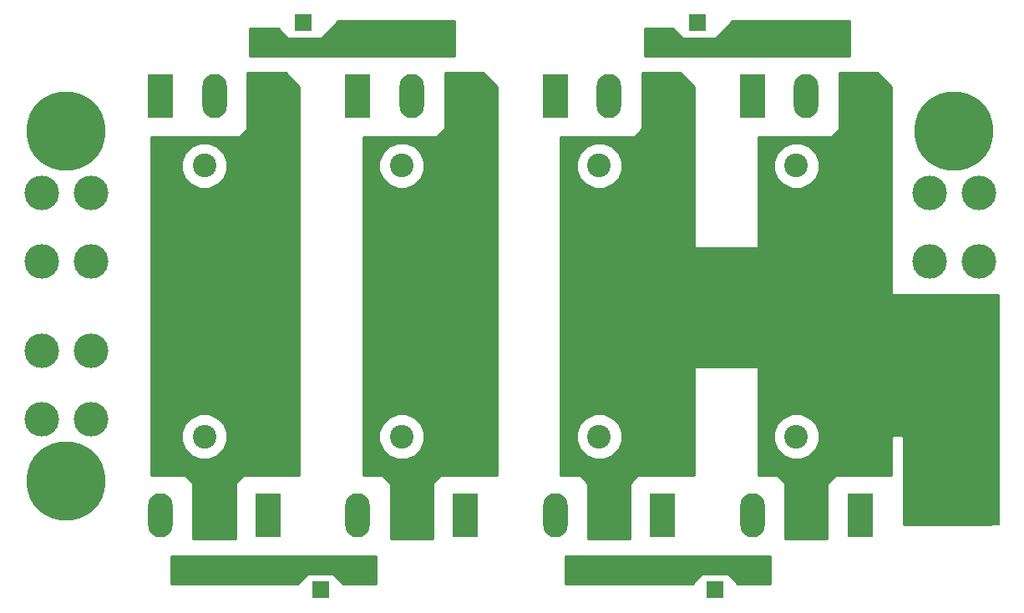
<source format=gbr>
G04 #@! TF.GenerationSoftware,KiCad,Pcbnew,5.0.2-bee76a0~70~ubuntu18.04.1*
G04 #@! TF.CreationDate,2019-01-23T11:21:40-08:00*
G04 #@! TF.ProjectId,inverter,696e7665-7274-4657-922e-6b696361645f,rev?*
G04 #@! TF.SameCoordinates,Original*
G04 #@! TF.FileFunction,Copper,L2,Bot*
G04 #@! TF.FilePolarity,Positive*
%FSLAX46Y46*%
G04 Gerber Fmt 4.6, Leading zero omitted, Abs format (unit mm)*
G04 Created by KiCad (PCBNEW 5.0.2-bee76a0~70~ubuntu18.04.1) date Wed 23 Jan 2019 11:21:40 AM PST*
%MOMM*%
%LPD*%
G01*
G04 APERTURE LIST*
G04 #@! TA.AperFunction,ComponentPad*
%ADD10C,2.400000*%
G04 #@! TD*
G04 #@! TA.AperFunction,ComponentPad*
%ADD11R,2.500000X4.500000*%
G04 #@! TD*
G04 #@! TA.AperFunction,ComponentPad*
%ADD12O,2.500000X4.500000*%
G04 #@! TD*
G04 #@! TA.AperFunction,ComponentPad*
%ADD13C,3.500000*%
G04 #@! TD*
G04 #@! TA.AperFunction,ComponentPad*
%ADD14R,1.700000X1.700000*%
G04 #@! TD*
G04 #@! TA.AperFunction,ComponentPad*
%ADD15O,1.700000X1.700000*%
G04 #@! TD*
G04 #@! TA.AperFunction,ComponentPad*
%ADD16C,0.800000*%
G04 #@! TD*
G04 #@! TA.AperFunction,ComponentPad*
%ADD17C,8.000000*%
G04 #@! TD*
G04 #@! TA.AperFunction,ViaPad*
%ADD18C,0.850000*%
G04 #@! TD*
G04 #@! TA.AperFunction,Conductor*
%ADD19C,0.254000*%
G04 #@! TD*
G04 #@! TA.AperFunction,Conductor*
%ADD20C,0.200000*%
G04 #@! TD*
G04 APERTURE END LIST*
D10*
G04 #@! TO.P,C4,1*
G04 #@! TO.N,/VIN+*
X179500000Y-62000000D03*
G04 #@! TO.P,C4,2*
G04 #@! TO.N,/VIN-*
X179500000Y-89500000D03*
G04 #@! TD*
G04 #@! TO.P,C2,1*
G04 #@! TO.N,/VIN+*
X139500000Y-62000000D03*
G04 #@! TO.P,C2,2*
G04 #@! TO.N,/VIN-*
X139500000Y-89500000D03*
G04 #@! TD*
D11*
G04 #@! TO.P,Q1,1*
G04 #@! TO.N,Net-(D1-Pad2)*
X115050000Y-55000000D03*
D12*
G04 #@! TO.P,Q1,2*
G04 #@! TO.N,/VIN+*
X120500000Y-55000000D03*
G04 #@! TO.P,Q1,3*
G04 #@! TO.N,/VSW+*
X125950000Y-55000000D03*
G04 #@! TD*
G04 #@! TO.P,Q2,3*
G04 #@! TO.N,/VIN-*
X115050000Y-97500000D03*
G04 #@! TO.P,Q2,2*
G04 #@! TO.N,/VSW+*
X120500000Y-97500000D03*
D11*
G04 #@! TO.P,Q2,1*
G04 #@! TO.N,Net-(D2-Pad2)*
X125950000Y-97500000D03*
G04 #@! TD*
D12*
G04 #@! TO.P,Q3,3*
G04 #@! TO.N,/VSW+*
X145950000Y-55000000D03*
G04 #@! TO.P,Q3,2*
G04 #@! TO.N,/VIN+*
X140500000Y-55000000D03*
D11*
G04 #@! TO.P,Q3,1*
G04 #@! TO.N,Net-(D3-Pad2)*
X135050000Y-55000000D03*
G04 #@! TD*
G04 #@! TO.P,Q4,1*
G04 #@! TO.N,Net-(D4-Pad2)*
X145950000Y-97500000D03*
D12*
G04 #@! TO.P,Q4,2*
G04 #@! TO.N,/VSW+*
X140500000Y-97500000D03*
G04 #@! TO.P,Q4,3*
G04 #@! TO.N,/VIN-*
X135050000Y-97500000D03*
G04 #@! TD*
D10*
G04 #@! TO.P,C1,2*
G04 #@! TO.N,/VIN-*
X119500000Y-89500000D03*
G04 #@! TO.P,C1,1*
G04 #@! TO.N,/VIN+*
X119500000Y-62000000D03*
G04 #@! TD*
G04 #@! TO.P,C3,2*
G04 #@! TO.N,/VIN-*
X159500000Y-89500000D03*
G04 #@! TO.P,C3,1*
G04 #@! TO.N,/VIN+*
X159500000Y-62000000D03*
G04 #@! TD*
D12*
G04 #@! TO.P,Q5,3*
G04 #@! TO.N,/VSW-*
X165950000Y-55000000D03*
G04 #@! TO.P,Q5,2*
G04 #@! TO.N,/VIN+*
X160500000Y-55000000D03*
D11*
G04 #@! TO.P,Q5,1*
G04 #@! TO.N,Net-(D5-Pad2)*
X155050000Y-55000000D03*
G04 #@! TD*
D12*
G04 #@! TO.P,Q6,3*
G04 #@! TO.N,/VIN-*
X155050000Y-97500000D03*
G04 #@! TO.P,Q6,2*
G04 #@! TO.N,/VSW-*
X160500000Y-97500000D03*
D11*
G04 #@! TO.P,Q6,1*
G04 #@! TO.N,Net-(D6-Pad2)*
X165950000Y-97500000D03*
G04 #@! TD*
G04 #@! TO.P,Q7,1*
G04 #@! TO.N,Net-(D7-Pad2)*
X175050000Y-55000000D03*
D12*
G04 #@! TO.P,Q7,2*
G04 #@! TO.N,/VIN+*
X180500000Y-55000000D03*
G04 #@! TO.P,Q7,3*
G04 #@! TO.N,/VSW-*
X185950000Y-55000000D03*
G04 #@! TD*
D11*
G04 #@! TO.P,Q8,1*
G04 #@! TO.N,Net-(D8-Pad2)*
X185950000Y-97500000D03*
D12*
G04 #@! TO.P,Q8,2*
G04 #@! TO.N,/VSW-*
X180500000Y-97500000D03*
G04 #@! TO.P,Q8,3*
G04 #@! TO.N,/VIN-*
X175050000Y-97500000D03*
G04 #@! TD*
D13*
G04 #@! TO.P,J1,1*
G04 #@! TO.N,/VIN+*
X108000000Y-71755000D03*
X103000000Y-71755000D03*
X103000000Y-64745000D03*
X108000000Y-64745000D03*
G04 #@! TD*
G04 #@! TO.P,J2,1*
G04 #@! TO.N,/VIN-*
X108000000Y-80745000D03*
X103000000Y-80745000D03*
X103000000Y-87755000D03*
X108000000Y-87755000D03*
G04 #@! TD*
G04 #@! TO.P,J3,1*
G04 #@! TO.N,/VSW+*
X198000000Y-71755000D03*
X193000000Y-71755000D03*
X193000000Y-64745000D03*
X198000000Y-64745000D03*
G04 #@! TD*
G04 #@! TO.P,J4,1*
G04 #@! TO.N,/VSW-*
X198000000Y-80745000D03*
X193000000Y-80745000D03*
X193000000Y-87755000D03*
X198000000Y-87755000D03*
G04 #@! TD*
D14*
G04 #@! TO.P,J5,1*
G04 #@! TO.N,/A*
X129500000Y-47500000D03*
D15*
G04 #@! TO.P,J5,2*
G04 #@! TO.N,/B*
X129500000Y-50040000D03*
G04 #@! TD*
G04 #@! TO.P,J6,2*
G04 #@! TO.N,/D*
X131250000Y-102500000D03*
D14*
G04 #@! TO.P,J6,1*
G04 #@! TO.N,/C*
X131250000Y-105040000D03*
G04 #@! TD*
G04 #@! TO.P,J7,1*
G04 #@! TO.N,/E*
X169500000Y-47500000D03*
D15*
G04 #@! TO.P,J7,2*
G04 #@! TO.N,/F*
X169500000Y-50040000D03*
G04 #@! TD*
G04 #@! TO.P,J8,2*
G04 #@! TO.N,/H*
X171250000Y-102500000D03*
D14*
G04 #@! TO.P,J8,1*
G04 #@! TO.N,/G*
X171250000Y-105040000D03*
G04 #@! TD*
D16*
G04 #@! TO.P,J1005,1*
G04 #@! TO.N,/VSW+*
X197500000Y-60500000D03*
X193500000Y-56500000D03*
X193500000Y-60500000D03*
X195500000Y-61500000D03*
X192500000Y-58500000D03*
X195500000Y-56000000D03*
X197500000Y-56500000D03*
X198500000Y-58500000D03*
D17*
X195500000Y-58500000D03*
G04 #@! TD*
G04 #@! TO.P,J1006,1*
G04 #@! TO.N,/VSW-*
X195500000Y-94000000D03*
D16*
X198500000Y-94000000D03*
X197500000Y-92000000D03*
X195500000Y-91500000D03*
X192500000Y-94000000D03*
X195500000Y-97000000D03*
X193500000Y-96000000D03*
X193500000Y-92000000D03*
X197500000Y-96000000D03*
G04 #@! TD*
G04 #@! TO.P,J1007,1*
G04 #@! TO.N,/VIN+*
X107500000Y-60500000D03*
X103500000Y-56500000D03*
X103500000Y-60500000D03*
X105500000Y-61500000D03*
X102500000Y-58500000D03*
X105500000Y-56000000D03*
X107500000Y-56500000D03*
X108500000Y-58500000D03*
D17*
X105500000Y-58500000D03*
G04 #@! TD*
G04 #@! TO.P,J1008,1*
G04 #@! TO.N,/VIN-*
X105500000Y-94000000D03*
D16*
X108500000Y-94000000D03*
X107500000Y-92000000D03*
X105500000Y-91500000D03*
X102500000Y-94000000D03*
X105500000Y-97000000D03*
X103500000Y-96000000D03*
X103500000Y-92000000D03*
X107500000Y-96000000D03*
G04 #@! TD*
D18*
G04 #@! TO.N,/B*
X124500000Y-48500000D03*
X124500000Y-49500000D03*
X144500000Y-48750000D03*
X144500000Y-47750000D03*
G04 #@! TO.N,/VSW+*
X115500000Y-80750000D03*
X117000000Y-80750000D03*
X118500000Y-80750000D03*
X120000000Y-80750000D03*
X121500000Y-80750000D03*
X123000000Y-80750000D03*
X124500000Y-80750000D03*
X126000000Y-80750000D03*
X115500000Y-79250000D03*
X117000000Y-79250000D03*
X118500000Y-79250000D03*
X120000000Y-79250000D03*
X121500000Y-79250000D03*
X123000000Y-79250000D03*
X124500000Y-79250000D03*
X126000000Y-79250000D03*
X115500000Y-77750000D03*
X117000000Y-77750000D03*
X118500000Y-77750000D03*
X120000000Y-77750000D03*
X121500000Y-77750000D03*
X123000000Y-77750000D03*
X124500000Y-77750000D03*
X126000000Y-77750000D03*
X115500000Y-76250000D03*
X117000000Y-76250000D03*
X118500000Y-76250000D03*
X120000000Y-76250000D03*
X121500000Y-76250000D03*
X123000000Y-76250000D03*
X124500000Y-76250000D03*
X126000000Y-76250000D03*
X115500000Y-74750000D03*
X117000000Y-74750000D03*
X118500000Y-74750000D03*
X120000000Y-74750000D03*
X121500000Y-74750000D03*
X123000000Y-74750000D03*
X124500000Y-74750000D03*
X126000000Y-74750000D03*
X115500000Y-73250000D03*
X117000000Y-73250000D03*
X118500000Y-73250000D03*
X120000000Y-73250000D03*
X121500000Y-73250000D03*
X123000000Y-73250000D03*
X124500000Y-73250000D03*
X126000000Y-73250000D03*
X115500000Y-71750000D03*
X117000000Y-71750000D03*
X118500000Y-71750000D03*
X120000000Y-71750000D03*
X121500000Y-71750000D03*
X123000000Y-71750000D03*
X124500000Y-71750000D03*
X126000000Y-71750000D03*
X137000000Y-80750000D03*
X138500000Y-80750000D03*
X140000000Y-80750000D03*
X141500000Y-80750000D03*
X143000000Y-80750000D03*
X144500000Y-80750000D03*
X146000000Y-80750000D03*
X147500000Y-80750000D03*
X137000000Y-79250000D03*
X138500000Y-79250000D03*
X140000000Y-79250000D03*
X141500000Y-79250000D03*
X143000000Y-79250000D03*
X144500000Y-79250000D03*
X146000000Y-79250000D03*
X147500000Y-79250000D03*
X137000000Y-77750000D03*
X138500000Y-77750000D03*
X140000000Y-77750000D03*
X141500000Y-77750000D03*
X143000000Y-77750000D03*
X144500000Y-77750000D03*
X146000000Y-77750000D03*
X147500000Y-77750000D03*
X137000000Y-76250000D03*
X138500000Y-76250000D03*
X140000000Y-76250000D03*
X141500000Y-76250000D03*
X143000000Y-76250000D03*
X144500000Y-76250000D03*
X146000000Y-76250000D03*
X147500000Y-76250000D03*
X137000000Y-74750000D03*
X138500000Y-74750000D03*
X140000000Y-74750000D03*
X141500000Y-74750000D03*
X143000000Y-74750000D03*
X144500000Y-74750000D03*
X146000000Y-74750000D03*
X147500000Y-74750000D03*
X137000000Y-73250000D03*
X138500000Y-73250000D03*
X140000000Y-73250000D03*
X141500000Y-73250000D03*
X143000000Y-73250000D03*
X144500000Y-73250000D03*
X146000000Y-73250000D03*
X147500000Y-73250000D03*
X137000000Y-71750000D03*
X138500000Y-71750000D03*
X140000000Y-71750000D03*
X141500000Y-71750000D03*
X143000000Y-71750000D03*
X144500000Y-71750000D03*
X146000000Y-71750000D03*
X147500000Y-71750000D03*
G04 #@! TO.N,/D*
X136500000Y-104000000D03*
X136500000Y-103000000D03*
X116500000Y-104000000D03*
X116500000Y-103000000D03*
G04 #@! TO.N,/F*
X184500000Y-47750000D03*
X184500000Y-48750000D03*
X164500000Y-48500000D03*
X164500000Y-49500000D03*
G04 #@! TO.N,/H*
X156500000Y-104000000D03*
X156500000Y-103000000D03*
X176500000Y-104000000D03*
X176500000Y-103000000D03*
G04 #@! TD*
D19*
G04 #@! TO.N,/VSW+*
G36*
X129123000Y-54052606D02*
X129123000Y-93373000D01*
X123500000Y-93373000D01*
X123451399Y-93382667D01*
X123410197Y-93410197D01*
X122660197Y-94160197D01*
X122632667Y-94201399D01*
X122623000Y-94250000D01*
X122623000Y-99873000D01*
X118377000Y-99873000D01*
X118377000Y-94250000D01*
X118367333Y-94201399D01*
X118339803Y-94160197D01*
X117589803Y-93410197D01*
X117548601Y-93382667D01*
X117500000Y-93373000D01*
X114127000Y-93373000D01*
X114127000Y-89037131D01*
X117173000Y-89037131D01*
X117173000Y-89962869D01*
X117527264Y-90818140D01*
X118181860Y-91472736D01*
X119037131Y-91827000D01*
X119962869Y-91827000D01*
X120818140Y-91472736D01*
X121472736Y-90818140D01*
X121827000Y-89962869D01*
X121827000Y-89037131D01*
X121472736Y-88181860D01*
X120818140Y-87527264D01*
X119962869Y-87173000D01*
X119037131Y-87173000D01*
X118181860Y-87527264D01*
X117527264Y-88181860D01*
X117173000Y-89037131D01*
X114127000Y-89037131D01*
X114127000Y-61537131D01*
X117173000Y-61537131D01*
X117173000Y-62462869D01*
X117527264Y-63318140D01*
X118181860Y-63972736D01*
X119037131Y-64327000D01*
X119962869Y-64327000D01*
X120818140Y-63972736D01*
X121472736Y-63318140D01*
X121827000Y-62462869D01*
X121827000Y-61537131D01*
X121472736Y-60681860D01*
X120818140Y-60027264D01*
X119962869Y-59673000D01*
X119037131Y-59673000D01*
X118181860Y-60027264D01*
X117527264Y-60681860D01*
X117173000Y-61537131D01*
X114127000Y-61537131D01*
X114127000Y-59127000D01*
X123000000Y-59127000D01*
X123048601Y-59117333D01*
X123089803Y-59089803D01*
X123839803Y-58339803D01*
X123867333Y-58298601D01*
X123877000Y-58250000D01*
X123877000Y-52627000D01*
X127697394Y-52627000D01*
X129123000Y-54052606D01*
X129123000Y-54052606D01*
G37*
X129123000Y-54052606D02*
X129123000Y-93373000D01*
X123500000Y-93373000D01*
X123451399Y-93382667D01*
X123410197Y-93410197D01*
X122660197Y-94160197D01*
X122632667Y-94201399D01*
X122623000Y-94250000D01*
X122623000Y-99873000D01*
X118377000Y-99873000D01*
X118377000Y-94250000D01*
X118367333Y-94201399D01*
X118339803Y-94160197D01*
X117589803Y-93410197D01*
X117548601Y-93382667D01*
X117500000Y-93373000D01*
X114127000Y-93373000D01*
X114127000Y-89037131D01*
X117173000Y-89037131D01*
X117173000Y-89962869D01*
X117527264Y-90818140D01*
X118181860Y-91472736D01*
X119037131Y-91827000D01*
X119962869Y-91827000D01*
X120818140Y-91472736D01*
X121472736Y-90818140D01*
X121827000Y-89962869D01*
X121827000Y-89037131D01*
X121472736Y-88181860D01*
X120818140Y-87527264D01*
X119962869Y-87173000D01*
X119037131Y-87173000D01*
X118181860Y-87527264D01*
X117527264Y-88181860D01*
X117173000Y-89037131D01*
X114127000Y-89037131D01*
X114127000Y-61537131D01*
X117173000Y-61537131D01*
X117173000Y-62462869D01*
X117527264Y-63318140D01*
X118181860Y-63972736D01*
X119037131Y-64327000D01*
X119962869Y-64327000D01*
X120818140Y-63972736D01*
X121472736Y-63318140D01*
X121827000Y-62462869D01*
X121827000Y-61537131D01*
X121472736Y-60681860D01*
X120818140Y-60027264D01*
X119962869Y-59673000D01*
X119037131Y-59673000D01*
X118181860Y-60027264D01*
X117527264Y-60681860D01*
X117173000Y-61537131D01*
X114127000Y-61537131D01*
X114127000Y-59127000D01*
X123000000Y-59127000D01*
X123048601Y-59117333D01*
X123089803Y-59089803D01*
X123839803Y-58339803D01*
X123867333Y-58298601D01*
X123877000Y-58250000D01*
X123877000Y-52627000D01*
X127697394Y-52627000D01*
X129123000Y-54052606D01*
G36*
X149123000Y-54052606D02*
X149123000Y-93373000D01*
X143500000Y-93373000D01*
X143451399Y-93382667D01*
X143410197Y-93410197D01*
X142660197Y-94160197D01*
X142632667Y-94201399D01*
X142623000Y-94250000D01*
X142623000Y-99873000D01*
X138377000Y-99873000D01*
X138377000Y-94250000D01*
X138367333Y-94201399D01*
X138339803Y-94160197D01*
X137589803Y-93410197D01*
X137548601Y-93382667D01*
X137500000Y-93373000D01*
X135627000Y-93373000D01*
X135627000Y-89037131D01*
X137173000Y-89037131D01*
X137173000Y-89962869D01*
X137527264Y-90818140D01*
X138181860Y-91472736D01*
X139037131Y-91827000D01*
X139962869Y-91827000D01*
X140818140Y-91472736D01*
X141472736Y-90818140D01*
X141827000Y-89962869D01*
X141827000Y-89037131D01*
X141472736Y-88181860D01*
X140818140Y-87527264D01*
X139962869Y-87173000D01*
X139037131Y-87173000D01*
X138181860Y-87527264D01*
X137527264Y-88181860D01*
X137173000Y-89037131D01*
X135627000Y-89037131D01*
X135627000Y-61537131D01*
X137173000Y-61537131D01*
X137173000Y-62462869D01*
X137527264Y-63318140D01*
X138181860Y-63972736D01*
X139037131Y-64327000D01*
X139962869Y-64327000D01*
X140818140Y-63972736D01*
X141472736Y-63318140D01*
X141827000Y-62462869D01*
X141827000Y-61537131D01*
X141472736Y-60681860D01*
X140818140Y-60027264D01*
X139962869Y-59673000D01*
X139037131Y-59673000D01*
X138181860Y-60027264D01*
X137527264Y-60681860D01*
X137173000Y-61537131D01*
X135627000Y-61537131D01*
X135627000Y-59127000D01*
X143000000Y-59127000D01*
X143048601Y-59117333D01*
X143089803Y-59089803D01*
X143839803Y-58339803D01*
X143867333Y-58298601D01*
X143877000Y-58250000D01*
X143877000Y-52627000D01*
X147697394Y-52627000D01*
X149123000Y-54052606D01*
X149123000Y-54052606D01*
G37*
X149123000Y-54052606D02*
X149123000Y-93373000D01*
X143500000Y-93373000D01*
X143451399Y-93382667D01*
X143410197Y-93410197D01*
X142660197Y-94160197D01*
X142632667Y-94201399D01*
X142623000Y-94250000D01*
X142623000Y-99873000D01*
X138377000Y-99873000D01*
X138377000Y-94250000D01*
X138367333Y-94201399D01*
X138339803Y-94160197D01*
X137589803Y-93410197D01*
X137548601Y-93382667D01*
X137500000Y-93373000D01*
X135627000Y-93373000D01*
X135627000Y-89037131D01*
X137173000Y-89037131D01*
X137173000Y-89962869D01*
X137527264Y-90818140D01*
X138181860Y-91472736D01*
X139037131Y-91827000D01*
X139962869Y-91827000D01*
X140818140Y-91472736D01*
X141472736Y-90818140D01*
X141827000Y-89962869D01*
X141827000Y-89037131D01*
X141472736Y-88181860D01*
X140818140Y-87527264D01*
X139962869Y-87173000D01*
X139037131Y-87173000D01*
X138181860Y-87527264D01*
X137527264Y-88181860D01*
X137173000Y-89037131D01*
X135627000Y-89037131D01*
X135627000Y-61537131D01*
X137173000Y-61537131D01*
X137173000Y-62462869D01*
X137527264Y-63318140D01*
X138181860Y-63972736D01*
X139037131Y-64327000D01*
X139962869Y-64327000D01*
X140818140Y-63972736D01*
X141472736Y-63318140D01*
X141827000Y-62462869D01*
X141827000Y-61537131D01*
X141472736Y-60681860D01*
X140818140Y-60027264D01*
X139962869Y-59673000D01*
X139037131Y-59673000D01*
X138181860Y-60027264D01*
X137527264Y-60681860D01*
X137173000Y-61537131D01*
X135627000Y-61537131D01*
X135627000Y-59127000D01*
X143000000Y-59127000D01*
X143048601Y-59117333D01*
X143089803Y-59089803D01*
X143839803Y-58339803D01*
X143867333Y-58298601D01*
X143877000Y-58250000D01*
X143877000Y-52627000D01*
X147697394Y-52627000D01*
X149123000Y-54052606D01*
G04 #@! TO.N,/VSW-*
G36*
X169123000Y-54052606D02*
X169123000Y-93373000D01*
X163500000Y-93373000D01*
X163451399Y-93382667D01*
X163410197Y-93410197D01*
X162660197Y-94160197D01*
X162632667Y-94201399D01*
X162623000Y-94250000D01*
X162623000Y-99873000D01*
X158377000Y-99873000D01*
X158377000Y-94250000D01*
X158367333Y-94201399D01*
X158339803Y-94160197D01*
X157589803Y-93410197D01*
X157548601Y-93382667D01*
X157500000Y-93373000D01*
X155627000Y-93373000D01*
X155627000Y-89037131D01*
X157173000Y-89037131D01*
X157173000Y-89962869D01*
X157527264Y-90818140D01*
X158181860Y-91472736D01*
X159037131Y-91827000D01*
X159962869Y-91827000D01*
X160818140Y-91472736D01*
X161472736Y-90818140D01*
X161827000Y-89962869D01*
X161827000Y-89037131D01*
X161472736Y-88181860D01*
X160818140Y-87527264D01*
X159962869Y-87173000D01*
X159037131Y-87173000D01*
X158181860Y-87527264D01*
X157527264Y-88181860D01*
X157173000Y-89037131D01*
X155627000Y-89037131D01*
X155627000Y-61537131D01*
X157173000Y-61537131D01*
X157173000Y-62462869D01*
X157527264Y-63318140D01*
X158181860Y-63972736D01*
X159037131Y-64327000D01*
X159962869Y-64327000D01*
X160818140Y-63972736D01*
X161472736Y-63318140D01*
X161827000Y-62462869D01*
X161827000Y-61537131D01*
X161472736Y-60681860D01*
X160818140Y-60027264D01*
X159962869Y-59673000D01*
X159037131Y-59673000D01*
X158181860Y-60027264D01*
X157527264Y-60681860D01*
X157173000Y-61537131D01*
X155627000Y-61537131D01*
X155627000Y-59127000D01*
X163000000Y-59127000D01*
X163048601Y-59117333D01*
X163089803Y-59089803D01*
X163839803Y-58339803D01*
X163867333Y-58298601D01*
X163877000Y-58250000D01*
X163877000Y-52627000D01*
X167697394Y-52627000D01*
X169123000Y-54052606D01*
X169123000Y-54052606D01*
G37*
X169123000Y-54052606D02*
X169123000Y-93373000D01*
X163500000Y-93373000D01*
X163451399Y-93382667D01*
X163410197Y-93410197D01*
X162660197Y-94160197D01*
X162632667Y-94201399D01*
X162623000Y-94250000D01*
X162623000Y-99873000D01*
X158377000Y-99873000D01*
X158377000Y-94250000D01*
X158367333Y-94201399D01*
X158339803Y-94160197D01*
X157589803Y-93410197D01*
X157548601Y-93382667D01*
X157500000Y-93373000D01*
X155627000Y-93373000D01*
X155627000Y-89037131D01*
X157173000Y-89037131D01*
X157173000Y-89962869D01*
X157527264Y-90818140D01*
X158181860Y-91472736D01*
X159037131Y-91827000D01*
X159962869Y-91827000D01*
X160818140Y-91472736D01*
X161472736Y-90818140D01*
X161827000Y-89962869D01*
X161827000Y-89037131D01*
X161472736Y-88181860D01*
X160818140Y-87527264D01*
X159962869Y-87173000D01*
X159037131Y-87173000D01*
X158181860Y-87527264D01*
X157527264Y-88181860D01*
X157173000Y-89037131D01*
X155627000Y-89037131D01*
X155627000Y-61537131D01*
X157173000Y-61537131D01*
X157173000Y-62462869D01*
X157527264Y-63318140D01*
X158181860Y-63972736D01*
X159037131Y-64327000D01*
X159962869Y-64327000D01*
X160818140Y-63972736D01*
X161472736Y-63318140D01*
X161827000Y-62462869D01*
X161827000Y-61537131D01*
X161472736Y-60681860D01*
X160818140Y-60027264D01*
X159962869Y-59673000D01*
X159037131Y-59673000D01*
X158181860Y-60027264D01*
X157527264Y-60681860D01*
X157173000Y-61537131D01*
X155627000Y-61537131D01*
X155627000Y-59127000D01*
X163000000Y-59127000D01*
X163048601Y-59117333D01*
X163089803Y-59089803D01*
X163839803Y-58339803D01*
X163867333Y-58298601D01*
X163877000Y-58250000D01*
X163877000Y-52627000D01*
X167697394Y-52627000D01*
X169123000Y-54052606D01*
G36*
X189123000Y-54052606D02*
X189123000Y-75000000D01*
X189132667Y-75048601D01*
X189160197Y-75089803D01*
X189201399Y-75117333D01*
X189250000Y-75127000D01*
X199273000Y-75127000D01*
X199273001Y-98373000D01*
X190377000Y-98373000D01*
X190377000Y-89500000D01*
X190367333Y-89451399D01*
X190339803Y-89410197D01*
X190298601Y-89382667D01*
X190250000Y-89373000D01*
X189250000Y-89373000D01*
X189201399Y-89382667D01*
X189160197Y-89410197D01*
X189132667Y-89451399D01*
X189123000Y-89500000D01*
X189123000Y-93373000D01*
X183500000Y-93373000D01*
X183451399Y-93382667D01*
X183410197Y-93410197D01*
X182660197Y-94160197D01*
X182632667Y-94201399D01*
X182623000Y-94250000D01*
X182623000Y-99873000D01*
X178377000Y-99873000D01*
X178377000Y-94250000D01*
X178367333Y-94201399D01*
X178339803Y-94160197D01*
X177589803Y-93410197D01*
X177548601Y-93382667D01*
X177500000Y-93373000D01*
X175627000Y-93373000D01*
X175627000Y-89037131D01*
X177173000Y-89037131D01*
X177173000Y-89962869D01*
X177527264Y-90818140D01*
X178181860Y-91472736D01*
X179037131Y-91827000D01*
X179962869Y-91827000D01*
X180818140Y-91472736D01*
X181472736Y-90818140D01*
X181827000Y-89962869D01*
X181827000Y-89037131D01*
X181472736Y-88181860D01*
X180818140Y-87527264D01*
X179962869Y-87173000D01*
X179037131Y-87173000D01*
X178181860Y-87527264D01*
X177527264Y-88181860D01*
X177173000Y-89037131D01*
X175627000Y-89037131D01*
X175627000Y-61537131D01*
X177173000Y-61537131D01*
X177173000Y-62462869D01*
X177527264Y-63318140D01*
X178181860Y-63972736D01*
X179037131Y-64327000D01*
X179962869Y-64327000D01*
X180818140Y-63972736D01*
X181472736Y-63318140D01*
X181827000Y-62462869D01*
X181827000Y-61537131D01*
X181472736Y-60681860D01*
X180818140Y-60027264D01*
X179962869Y-59673000D01*
X179037131Y-59673000D01*
X178181860Y-60027264D01*
X177527264Y-60681860D01*
X177173000Y-61537131D01*
X175627000Y-61537131D01*
X175627000Y-59127000D01*
X183000000Y-59127000D01*
X183048601Y-59117333D01*
X183089803Y-59089803D01*
X183839803Y-58339803D01*
X183867333Y-58298601D01*
X183877000Y-58250000D01*
X183877000Y-52627000D01*
X187697394Y-52627000D01*
X189123000Y-54052606D01*
X189123000Y-54052606D01*
G37*
X189123000Y-54052606D02*
X189123000Y-75000000D01*
X189132667Y-75048601D01*
X189160197Y-75089803D01*
X189201399Y-75117333D01*
X189250000Y-75127000D01*
X199273000Y-75127000D01*
X199273001Y-98373000D01*
X190377000Y-98373000D01*
X190377000Y-89500000D01*
X190367333Y-89451399D01*
X190339803Y-89410197D01*
X190298601Y-89382667D01*
X190250000Y-89373000D01*
X189250000Y-89373000D01*
X189201399Y-89382667D01*
X189160197Y-89410197D01*
X189132667Y-89451399D01*
X189123000Y-89500000D01*
X189123000Y-93373000D01*
X183500000Y-93373000D01*
X183451399Y-93382667D01*
X183410197Y-93410197D01*
X182660197Y-94160197D01*
X182632667Y-94201399D01*
X182623000Y-94250000D01*
X182623000Y-99873000D01*
X178377000Y-99873000D01*
X178377000Y-94250000D01*
X178367333Y-94201399D01*
X178339803Y-94160197D01*
X177589803Y-93410197D01*
X177548601Y-93382667D01*
X177500000Y-93373000D01*
X175627000Y-93373000D01*
X175627000Y-89037131D01*
X177173000Y-89037131D01*
X177173000Y-89962869D01*
X177527264Y-90818140D01*
X178181860Y-91472736D01*
X179037131Y-91827000D01*
X179962869Y-91827000D01*
X180818140Y-91472736D01*
X181472736Y-90818140D01*
X181827000Y-89962869D01*
X181827000Y-89037131D01*
X181472736Y-88181860D01*
X180818140Y-87527264D01*
X179962869Y-87173000D01*
X179037131Y-87173000D01*
X178181860Y-87527264D01*
X177527264Y-88181860D01*
X177173000Y-89037131D01*
X175627000Y-89037131D01*
X175627000Y-61537131D01*
X177173000Y-61537131D01*
X177173000Y-62462869D01*
X177527264Y-63318140D01*
X178181860Y-63972736D01*
X179037131Y-64327000D01*
X179962869Y-64327000D01*
X180818140Y-63972736D01*
X181472736Y-63318140D01*
X181827000Y-62462869D01*
X181827000Y-61537131D01*
X181472736Y-60681860D01*
X180818140Y-60027264D01*
X179962869Y-59673000D01*
X179037131Y-59673000D01*
X178181860Y-60027264D01*
X177527264Y-60681860D01*
X177173000Y-61537131D01*
X175627000Y-61537131D01*
X175627000Y-59127000D01*
X183000000Y-59127000D01*
X183048601Y-59117333D01*
X183089803Y-59089803D01*
X183839803Y-58339803D01*
X183867333Y-58298601D01*
X183877000Y-58250000D01*
X183877000Y-52627000D01*
X187697394Y-52627000D01*
X189123000Y-54052606D01*
G36*
X175873000Y-82373000D02*
X168377000Y-82373000D01*
X168377000Y-70377000D01*
X175873000Y-70377000D01*
X175873000Y-82373000D01*
X175873000Y-82373000D01*
G37*
X175873000Y-82373000D02*
X168377000Y-82373000D01*
X168377000Y-70377000D01*
X175873000Y-70377000D01*
X175873000Y-82373000D01*
G04 #@! TO.N,/D*
G36*
X136873000Y-104373000D02*
X133552606Y-104373000D01*
X132589803Y-103410197D01*
X132548601Y-103382667D01*
X132500000Y-103373000D01*
X130000000Y-103373000D01*
X129951399Y-103382667D01*
X129910197Y-103410197D01*
X128947394Y-104373000D01*
X116127000Y-104373000D01*
X116127000Y-101627000D01*
X136873000Y-101627000D01*
X136873000Y-104373000D01*
X136873000Y-104373000D01*
G37*
X136873000Y-104373000D02*
X133552606Y-104373000D01*
X132589803Y-103410197D01*
X132548601Y-103382667D01*
X132500000Y-103373000D01*
X130000000Y-103373000D01*
X129951399Y-103382667D01*
X129910197Y-103410197D01*
X128947394Y-104373000D01*
X116127000Y-104373000D01*
X116127000Y-101627000D01*
X136873000Y-101627000D01*
X136873000Y-104373000D01*
D20*
G04 #@! TO.N,/VSW-*
G36*
X200050001Y-98400000D02*
X199100000Y-98400000D01*
X199100000Y-75100000D01*
X200050000Y-75100000D01*
X200050001Y-98400000D01*
X200050001Y-98400000D01*
G37*
X200050001Y-98400000D02*
X199100000Y-98400000D01*
X199100000Y-75100000D01*
X200050000Y-75100000D01*
X200050001Y-98400000D01*
D19*
G04 #@! TO.N,/H*
G36*
X176873000Y-104373000D02*
X173552606Y-104373000D01*
X172589803Y-103410197D01*
X172548601Y-103382667D01*
X172500000Y-103373000D01*
X170000000Y-103373000D01*
X169951399Y-103382667D01*
X169910197Y-103410197D01*
X168947394Y-104373000D01*
X156127000Y-104373000D01*
X156127000Y-101627000D01*
X176873000Y-101627000D01*
X176873000Y-104373000D01*
X176873000Y-104373000D01*
G37*
X176873000Y-104373000D02*
X173552606Y-104373000D01*
X172589803Y-103410197D01*
X172548601Y-103382667D01*
X172500000Y-103373000D01*
X170000000Y-103373000D01*
X169951399Y-103382667D01*
X169910197Y-103410197D01*
X168947394Y-104373000D01*
X156127000Y-104373000D01*
X156127000Y-101627000D01*
X176873000Y-101627000D01*
X176873000Y-104373000D01*
G04 #@! TO.N,/B*
G36*
X144873000Y-50873000D02*
X124127000Y-50873000D01*
X124127000Y-48127000D01*
X126947394Y-48127000D01*
X127910197Y-49089803D01*
X127951399Y-49117333D01*
X128000000Y-49127000D01*
X131250000Y-49127000D01*
X131298601Y-49117333D01*
X131339803Y-49089803D01*
X133052606Y-47377000D01*
X144873000Y-47377000D01*
X144873000Y-50873000D01*
X144873000Y-50873000D01*
G37*
X144873000Y-50873000D02*
X124127000Y-50873000D01*
X124127000Y-48127000D01*
X126947394Y-48127000D01*
X127910197Y-49089803D01*
X127951399Y-49117333D01*
X128000000Y-49127000D01*
X131250000Y-49127000D01*
X131298601Y-49117333D01*
X131339803Y-49089803D01*
X133052606Y-47377000D01*
X144873000Y-47377000D01*
X144873000Y-50873000D01*
G04 #@! TO.N,/F*
G36*
X184873000Y-50873000D02*
X164127000Y-50873000D01*
X164127000Y-48127000D01*
X166947394Y-48127000D01*
X167910197Y-49089803D01*
X167951399Y-49117333D01*
X168000000Y-49127000D01*
X171250000Y-49127000D01*
X171298601Y-49117333D01*
X171339803Y-49089803D01*
X173052606Y-47377000D01*
X184873000Y-47377000D01*
X184873000Y-50873000D01*
X184873000Y-50873000D01*
G37*
X184873000Y-50873000D02*
X164127000Y-50873000D01*
X164127000Y-48127000D01*
X166947394Y-48127000D01*
X167910197Y-49089803D01*
X167951399Y-49117333D01*
X168000000Y-49127000D01*
X171250000Y-49127000D01*
X171298601Y-49117333D01*
X171339803Y-49089803D01*
X173052606Y-47377000D01*
X184873000Y-47377000D01*
X184873000Y-50873000D01*
G04 #@! TD*
M02*

</source>
